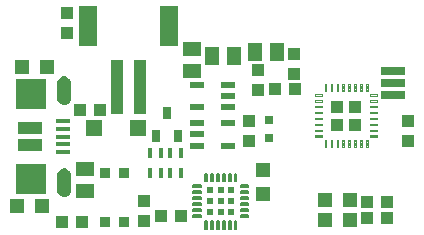
<source format=gbr>
G04 EAGLE Gerber RS-274X export*
G75*
%MOMM*%
%FSLAX34Y34*%
%LPD*%
%INSolderpaste Top*%
%IPPOS*%
%AMOC8*
5,1,8,0,0,1.08239X$1,22.5*%
G01*
%ADD10R,1.240000X1.500000*%
%ADD11R,1.200000X0.550000*%
%ADD12R,1.400000X1.400000*%
%ADD13R,1.000000X4.600000*%
%ADD14R,1.600000X3.400000*%
%ADD15R,1.200000X1.200000*%
%ADD16R,1.075000X1.000000*%
%ADD17R,1.500000X1.240000*%
%ADD18R,0.900000X0.900000*%
%ADD19R,1.000000X1.075000*%
%ADD20C,0.140000*%
%ADD21R,0.600000X0.600000*%
%ADD22R,2.000000X1.000000*%
%ADD23R,2.500000X2.500000*%
%ADD24R,1.250000X0.300000*%
%ADD25R,0.635000X1.016000*%
%ADD26R,2.000000X0.700000*%
%ADD27C,0.125000*%
%ADD28R,1.016000X1.016000*%
%ADD29R,1.300000X1.200000*%
%ADD30R,0.450000X0.900000*%
%ADD31R,0.800000X0.800000*%

G36*
X53548Y141173D02*
X53548Y141173D01*
X54822Y141373D01*
X54869Y141390D01*
X54959Y141411D01*
X56155Y141889D01*
X56198Y141916D01*
X56281Y141956D01*
X57341Y142688D01*
X57377Y142724D01*
X57448Y142782D01*
X58319Y143732D01*
X58346Y143774D01*
X58403Y143847D01*
X59040Y144967D01*
X59057Y145014D01*
X59096Y145097D01*
X59469Y146331D01*
X59474Y146381D01*
X59494Y146471D01*
X59583Y147756D01*
X59581Y147776D01*
X59584Y147800D01*
X59584Y158800D01*
X59582Y158815D01*
X59583Y158835D01*
X59522Y159961D01*
X59511Y160008D01*
X59503Y160084D01*
X59222Y161177D01*
X59202Y161221D01*
X59180Y161294D01*
X58692Y162311D01*
X58664Y162350D01*
X58627Y162417D01*
X57950Y163320D01*
X57915Y163353D01*
X57866Y163411D01*
X57026Y164164D01*
X56985Y164190D01*
X56925Y164238D01*
X55954Y164812D01*
X55909Y164829D01*
X55842Y164865D01*
X54777Y165239D01*
X54730Y165247D01*
X54657Y165269D01*
X53540Y165428D01*
X53512Y165427D01*
X53360Y165428D01*
X52244Y165269D01*
X52198Y165254D01*
X52123Y165239D01*
X51058Y164865D01*
X51016Y164841D01*
X50946Y164812D01*
X49975Y164238D01*
X49938Y164206D01*
X49874Y164164D01*
X49034Y163411D01*
X49005Y163374D01*
X48950Y163320D01*
X48273Y162417D01*
X48251Y162374D01*
X48208Y162311D01*
X47720Y161294D01*
X47707Y161247D01*
X47678Y161177D01*
X47397Y160084D01*
X47394Y160036D01*
X47378Y159961D01*
X47317Y158835D01*
X47319Y158819D01*
X47316Y158800D01*
X47316Y147800D01*
X47319Y147785D01*
X47317Y147765D01*
X47378Y146639D01*
X47390Y146592D01*
X47397Y146516D01*
X47678Y145423D01*
X47698Y145379D01*
X47720Y145306D01*
X48208Y144289D01*
X48237Y144250D01*
X48273Y144183D01*
X48950Y143280D01*
X48985Y143247D01*
X49034Y143189D01*
X49874Y142436D01*
X49915Y142410D01*
X49975Y142362D01*
X50946Y141788D01*
X50991Y141771D01*
X51058Y141735D01*
X52123Y141361D01*
X52170Y141353D01*
X52244Y141331D01*
X53360Y141172D01*
X53361Y141172D01*
X53548Y141173D01*
G37*
G36*
X53548Y63173D02*
X53548Y63173D01*
X54822Y63373D01*
X54869Y63390D01*
X54959Y63411D01*
X56155Y63889D01*
X56198Y63916D01*
X56281Y63956D01*
X57341Y64688D01*
X57377Y64724D01*
X57448Y64782D01*
X58319Y65732D01*
X58346Y65774D01*
X58403Y65847D01*
X59040Y66967D01*
X59057Y67014D01*
X59096Y67097D01*
X59469Y68331D01*
X59474Y68381D01*
X59494Y68471D01*
X59583Y69756D01*
X59581Y69776D01*
X59584Y69800D01*
X59584Y80800D01*
X59582Y80815D01*
X59583Y80835D01*
X59522Y81961D01*
X59511Y82008D01*
X59503Y82084D01*
X59222Y83177D01*
X59202Y83221D01*
X59180Y83294D01*
X58692Y84311D01*
X58664Y84350D01*
X58627Y84417D01*
X57950Y85320D01*
X57915Y85353D01*
X57866Y85411D01*
X57026Y86164D01*
X56985Y86190D01*
X56925Y86238D01*
X55954Y86812D01*
X55909Y86829D01*
X55842Y86865D01*
X54777Y87239D01*
X54730Y87247D01*
X54657Y87269D01*
X53540Y87428D01*
X53512Y87427D01*
X53360Y87428D01*
X52244Y87269D01*
X52198Y87254D01*
X52123Y87239D01*
X51058Y86865D01*
X51016Y86841D01*
X50946Y86812D01*
X49975Y86238D01*
X49938Y86206D01*
X49874Y86164D01*
X49034Y85411D01*
X49005Y85374D01*
X48950Y85320D01*
X48273Y84417D01*
X48251Y84374D01*
X48208Y84311D01*
X47720Y83294D01*
X47707Y83247D01*
X47678Y83177D01*
X47397Y82084D01*
X47394Y82036D01*
X47378Y81961D01*
X47317Y80835D01*
X47319Y80819D01*
X47316Y80800D01*
X47316Y69800D01*
X47319Y69785D01*
X47317Y69765D01*
X47378Y68639D01*
X47390Y68592D01*
X47397Y68516D01*
X47678Y67423D01*
X47698Y67379D01*
X47720Y67306D01*
X48208Y66289D01*
X48237Y66250D01*
X48273Y66183D01*
X48950Y65280D01*
X48985Y65247D01*
X49034Y65189D01*
X49874Y64436D01*
X49915Y64410D01*
X49975Y64362D01*
X50946Y63788D01*
X50991Y63771D01*
X51058Y63735D01*
X52123Y63361D01*
X52170Y63353D01*
X52244Y63331D01*
X53360Y63172D01*
X53361Y63172D01*
X53548Y63173D01*
G37*
D10*
X197410Y182480D03*
X178410Y182480D03*
D11*
X192071Y139090D03*
X192071Y148590D03*
X192071Y158090D03*
X166069Y158090D03*
X166069Y139090D03*
D12*
X115655Y121920D03*
X78655Y121920D03*
D13*
X97950Y156040D03*
X117950Y156040D03*
D14*
X73950Y208040D03*
X141950Y208040D03*
D11*
X166069Y125705D03*
X166069Y116205D03*
X166069Y106705D03*
X192071Y106705D03*
X192071Y125705D03*
D15*
X34630Y55880D03*
X13630Y55880D03*
D16*
X51190Y41910D03*
X68190Y41910D03*
D17*
X161290Y188570D03*
X161290Y169570D03*
D18*
X103885Y42365D03*
X87885Y42365D03*
X87885Y83365D03*
X103885Y83365D03*
D15*
X18075Y173355D03*
X39075Y173355D03*
D19*
X55880Y219320D03*
X55880Y202320D03*
D20*
X162755Y72890D02*
X169355Y72890D01*
X169355Y71490D01*
X162755Y71490D01*
X162755Y72890D01*
X162755Y72820D02*
X169355Y72820D01*
X169355Y67890D02*
X162755Y67890D01*
X169355Y67890D02*
X169355Y66490D01*
X162755Y66490D01*
X162755Y67890D01*
X162755Y67820D02*
X169355Y67820D01*
X169355Y62890D02*
X162755Y62890D01*
X169355Y62890D02*
X169355Y61490D01*
X162755Y61490D01*
X162755Y62890D01*
X162755Y62820D02*
X169355Y62820D01*
X169355Y57890D02*
X162755Y57890D01*
X169355Y57890D02*
X169355Y56490D01*
X162755Y56490D01*
X162755Y57890D01*
X162755Y57820D02*
X169355Y57820D01*
X169355Y52890D02*
X162755Y52890D01*
X169355Y52890D02*
X169355Y51490D01*
X162755Y51490D01*
X162755Y52890D01*
X162755Y52820D02*
X169355Y52820D01*
X169355Y47890D02*
X162755Y47890D01*
X169355Y47890D02*
X169355Y46490D01*
X162755Y46490D01*
X162755Y47890D01*
X162755Y47820D02*
X169355Y47820D01*
X174255Y42990D02*
X174255Y36390D01*
X172855Y36390D01*
X172855Y42990D01*
X174255Y42990D01*
X174255Y37720D02*
X172855Y37720D01*
X172855Y39050D02*
X174255Y39050D01*
X174255Y40380D02*
X172855Y40380D01*
X172855Y41710D02*
X174255Y41710D01*
X179255Y42990D02*
X179255Y36390D01*
X177855Y36390D01*
X177855Y42990D01*
X179255Y42990D01*
X179255Y37720D02*
X177855Y37720D01*
X177855Y39050D02*
X179255Y39050D01*
X179255Y40380D02*
X177855Y40380D01*
X177855Y41710D02*
X179255Y41710D01*
X184255Y42990D02*
X184255Y36390D01*
X182855Y36390D01*
X182855Y42990D01*
X184255Y42990D01*
X184255Y37720D02*
X182855Y37720D01*
X182855Y39050D02*
X184255Y39050D01*
X184255Y40380D02*
X182855Y40380D01*
X182855Y41710D02*
X184255Y41710D01*
X189255Y42990D02*
X189255Y36390D01*
X187855Y36390D01*
X187855Y42990D01*
X189255Y42990D01*
X189255Y37720D02*
X187855Y37720D01*
X187855Y39050D02*
X189255Y39050D01*
X189255Y40380D02*
X187855Y40380D01*
X187855Y41710D02*
X189255Y41710D01*
X194255Y42990D02*
X194255Y36390D01*
X192855Y36390D01*
X192855Y42990D01*
X194255Y42990D01*
X194255Y37720D02*
X192855Y37720D01*
X192855Y39050D02*
X194255Y39050D01*
X194255Y40380D02*
X192855Y40380D01*
X192855Y41710D02*
X194255Y41710D01*
X199255Y42990D02*
X199255Y36390D01*
X197855Y36390D01*
X197855Y42990D01*
X199255Y42990D01*
X199255Y37720D02*
X197855Y37720D01*
X197855Y39050D02*
X199255Y39050D01*
X199255Y40380D02*
X197855Y40380D01*
X197855Y41710D02*
X199255Y41710D01*
X202755Y46490D02*
X209355Y46490D01*
X202755Y46490D02*
X202755Y47890D01*
X209355Y47890D01*
X209355Y46490D01*
X209355Y47820D02*
X202755Y47820D01*
X202755Y51490D02*
X209355Y51490D01*
X202755Y51490D02*
X202755Y52890D01*
X209355Y52890D01*
X209355Y51490D01*
X209355Y52820D02*
X202755Y52820D01*
X202755Y56490D02*
X209355Y56490D01*
X202755Y56490D02*
X202755Y57890D01*
X209355Y57890D01*
X209355Y56490D01*
X209355Y57820D02*
X202755Y57820D01*
X202755Y61490D02*
X209355Y61490D01*
X202755Y61490D02*
X202755Y62890D01*
X209355Y62890D01*
X209355Y61490D01*
X209355Y62820D02*
X202755Y62820D01*
X202755Y66490D02*
X209355Y66490D01*
X202755Y66490D02*
X202755Y67890D01*
X209355Y67890D01*
X209355Y66490D01*
X209355Y67820D02*
X202755Y67820D01*
X202755Y71490D02*
X209355Y71490D01*
X202755Y71490D02*
X202755Y72890D01*
X209355Y72890D01*
X209355Y71490D01*
X209355Y72820D02*
X202755Y72820D01*
X197855Y76390D02*
X197855Y82990D01*
X199255Y82990D01*
X199255Y76390D01*
X197855Y76390D01*
X197855Y77720D02*
X199255Y77720D01*
X199255Y79050D02*
X197855Y79050D01*
X197855Y80380D02*
X199255Y80380D01*
X199255Y81710D02*
X197855Y81710D01*
X192855Y82990D02*
X192855Y76390D01*
X192855Y82990D02*
X194255Y82990D01*
X194255Y76390D01*
X192855Y76390D01*
X192855Y77720D02*
X194255Y77720D01*
X194255Y79050D02*
X192855Y79050D01*
X192855Y80380D02*
X194255Y80380D01*
X194255Y81710D02*
X192855Y81710D01*
X187855Y82990D02*
X187855Y76390D01*
X187855Y82990D02*
X189255Y82990D01*
X189255Y76390D01*
X187855Y76390D01*
X187855Y77720D02*
X189255Y77720D01*
X189255Y79050D02*
X187855Y79050D01*
X187855Y80380D02*
X189255Y80380D01*
X189255Y81710D02*
X187855Y81710D01*
X182855Y82990D02*
X182855Y76390D01*
X182855Y82990D02*
X184255Y82990D01*
X184255Y76390D01*
X182855Y76390D01*
X182855Y77720D02*
X184255Y77720D01*
X184255Y79050D02*
X182855Y79050D01*
X182855Y80380D02*
X184255Y80380D01*
X184255Y81710D02*
X182855Y81710D01*
X177855Y82990D02*
X177855Y76390D01*
X177855Y82990D02*
X179255Y82990D01*
X179255Y76390D01*
X177855Y76390D01*
X177855Y77720D02*
X179255Y77720D01*
X179255Y79050D02*
X177855Y79050D01*
X177855Y80380D02*
X179255Y80380D01*
X179255Y81710D02*
X177855Y81710D01*
X172855Y82990D02*
X172855Y76390D01*
X172855Y82990D02*
X174255Y82990D01*
X174255Y76390D01*
X172855Y76390D01*
X172855Y77720D02*
X174255Y77720D01*
X174255Y79050D02*
X172855Y79050D01*
X172855Y80380D02*
X174255Y80380D01*
X174255Y81710D02*
X172855Y81710D01*
D21*
X177055Y50690D03*
X186055Y59690D03*
X177055Y59690D03*
X177055Y68690D03*
X195055Y68690D03*
X195055Y50690D03*
X195055Y59690D03*
X186055Y68690D03*
X186055Y50690D03*
D22*
X24450Y121800D03*
X24450Y106800D03*
D23*
X25450Y150300D03*
X25450Y78300D03*
D24*
X52200Y127300D03*
X52200Y120800D03*
X52200Y114300D03*
X52200Y107800D03*
X52200Y101300D03*
D10*
X233655Y186055D03*
X214655Y186055D03*
D17*
X71120Y67843D03*
X71120Y86843D03*
D25*
X140335Y134460D03*
X149835Y114460D03*
X130835Y114460D03*
D19*
X217805Y171060D03*
X217805Y154060D03*
D15*
X273980Y43815D03*
X294980Y43815D03*
X273980Y60325D03*
X294980Y60325D03*
D19*
X120650Y59935D03*
X120650Y42935D03*
X209550Y110880D03*
X209550Y127880D03*
X344805Y110880D03*
X344805Y127880D03*
D26*
X332105Y149766D03*
X332105Y159766D03*
X332105Y169766D03*
D16*
X231530Y154305D03*
X248530Y154305D03*
D19*
X248285Y184395D03*
X248285Y167395D03*
D27*
X312725Y115205D02*
X318475Y115205D01*
X318475Y113955D01*
X312725Y113955D01*
X312725Y115205D01*
X312725Y115142D02*
X318475Y115142D01*
X318475Y120205D02*
X312725Y120205D01*
X318475Y120205D02*
X318475Y118955D01*
X312725Y118955D01*
X312725Y120205D01*
X312725Y120142D02*
X318475Y120142D01*
X318475Y125205D02*
X312725Y125205D01*
X318475Y125205D02*
X318475Y123955D01*
X312725Y123955D01*
X312725Y125205D01*
X312725Y125142D02*
X318475Y125142D01*
X318475Y130205D02*
X312725Y130205D01*
X318475Y130205D02*
X318475Y128955D01*
X312725Y128955D01*
X312725Y130205D01*
X312725Y130142D02*
X318475Y130142D01*
X318475Y135205D02*
X312725Y135205D01*
X318475Y135205D02*
X318475Y133955D01*
X312725Y133955D01*
X312725Y135205D01*
X312725Y135142D02*
X318475Y135142D01*
X318475Y140205D02*
X312725Y140205D01*
X318475Y140205D02*
X318475Y138955D01*
X312725Y138955D01*
X312725Y140205D01*
X312725Y140142D02*
X318475Y140142D01*
X318475Y145205D02*
X312725Y145205D01*
X318475Y145205D02*
X318475Y143955D01*
X312725Y143955D01*
X312725Y145205D01*
X312725Y145142D02*
X318475Y145142D01*
X318475Y150205D02*
X312725Y150205D01*
X318475Y150205D02*
X318475Y148955D01*
X312725Y148955D01*
X312725Y150205D01*
X312725Y150142D02*
X318475Y150142D01*
X310225Y158455D02*
X308975Y158455D01*
X310225Y158455D02*
X310225Y152705D01*
X308975Y152705D01*
X308975Y158455D01*
X308975Y153892D02*
X310225Y153892D01*
X310225Y155079D02*
X308975Y155079D01*
X308975Y156266D02*
X310225Y156266D01*
X310225Y157453D02*
X308975Y157453D01*
X305225Y158455D02*
X303975Y158455D01*
X305225Y158455D02*
X305225Y152705D01*
X303975Y152705D01*
X303975Y158455D01*
X303975Y153892D02*
X305225Y153892D01*
X305225Y155079D02*
X303975Y155079D01*
X303975Y156266D02*
X305225Y156266D01*
X305225Y157453D02*
X303975Y157453D01*
X300225Y158455D02*
X298975Y158455D01*
X300225Y158455D02*
X300225Y152705D01*
X298975Y152705D01*
X298975Y158455D01*
X298975Y153892D02*
X300225Y153892D01*
X300225Y155079D02*
X298975Y155079D01*
X298975Y156266D02*
X300225Y156266D01*
X300225Y157453D02*
X298975Y157453D01*
X295225Y158455D02*
X293975Y158455D01*
X295225Y158455D02*
X295225Y152705D01*
X293975Y152705D01*
X293975Y158455D01*
X293975Y153892D02*
X295225Y153892D01*
X295225Y155079D02*
X293975Y155079D01*
X293975Y156266D02*
X295225Y156266D01*
X295225Y157453D02*
X293975Y157453D01*
X290225Y158455D02*
X288975Y158455D01*
X290225Y158455D02*
X290225Y152705D01*
X288975Y152705D01*
X288975Y158455D01*
X288975Y153892D02*
X290225Y153892D01*
X290225Y155079D02*
X288975Y155079D01*
X288975Y156266D02*
X290225Y156266D01*
X290225Y157453D02*
X288975Y157453D01*
X285225Y158455D02*
X283975Y158455D01*
X285225Y158455D02*
X285225Y152705D01*
X283975Y152705D01*
X283975Y158455D01*
X283975Y153892D02*
X285225Y153892D01*
X285225Y155079D02*
X283975Y155079D01*
X283975Y156266D02*
X285225Y156266D01*
X285225Y157453D02*
X283975Y157453D01*
X280225Y158455D02*
X278975Y158455D01*
X280225Y158455D02*
X280225Y152705D01*
X278975Y152705D01*
X278975Y158455D01*
X278975Y153892D02*
X280225Y153892D01*
X280225Y155079D02*
X278975Y155079D01*
X278975Y156266D02*
X280225Y156266D01*
X280225Y157453D02*
X278975Y157453D01*
X275225Y158455D02*
X273975Y158455D01*
X275225Y158455D02*
X275225Y152705D01*
X273975Y152705D01*
X273975Y158455D01*
X273975Y153892D02*
X275225Y153892D01*
X275225Y155079D02*
X273975Y155079D01*
X273975Y156266D02*
X275225Y156266D01*
X275225Y157453D02*
X273975Y157453D01*
X271475Y150205D02*
X265725Y150205D01*
X271475Y150205D02*
X271475Y148955D01*
X265725Y148955D01*
X265725Y150205D01*
X265725Y150142D02*
X271475Y150142D01*
X271475Y145205D02*
X265725Y145205D01*
X271475Y145205D02*
X271475Y143955D01*
X265725Y143955D01*
X265725Y145205D01*
X265725Y145142D02*
X271475Y145142D01*
X271475Y140205D02*
X265725Y140205D01*
X271475Y140205D02*
X271475Y138955D01*
X265725Y138955D01*
X265725Y140205D01*
X265725Y140142D02*
X271475Y140142D01*
X271475Y135205D02*
X265725Y135205D01*
X271475Y135205D02*
X271475Y133955D01*
X265725Y133955D01*
X265725Y135205D01*
X265725Y135142D02*
X271475Y135142D01*
X271475Y130205D02*
X265725Y130205D01*
X271475Y130205D02*
X271475Y128955D01*
X265725Y128955D01*
X265725Y130205D01*
X265725Y130142D02*
X271475Y130142D01*
X271475Y125205D02*
X265725Y125205D01*
X271475Y125205D02*
X271475Y123955D01*
X265725Y123955D01*
X265725Y125205D01*
X265725Y125142D02*
X271475Y125142D01*
X271475Y120205D02*
X265725Y120205D01*
X271475Y120205D02*
X271475Y118955D01*
X265725Y118955D01*
X265725Y120205D01*
X265725Y120142D02*
X271475Y120142D01*
X271475Y115205D02*
X265725Y115205D01*
X271475Y115205D02*
X271475Y113955D01*
X265725Y113955D01*
X265725Y115205D01*
X265725Y115142D02*
X271475Y115142D01*
X273975Y111455D02*
X275225Y111455D01*
X275225Y105705D01*
X273975Y105705D01*
X273975Y111455D01*
X273975Y106892D02*
X275225Y106892D01*
X275225Y108079D02*
X273975Y108079D01*
X273975Y109266D02*
X275225Y109266D01*
X275225Y110453D02*
X273975Y110453D01*
X278975Y111455D02*
X280225Y111455D01*
X280225Y105705D01*
X278975Y105705D01*
X278975Y111455D01*
X278975Y106892D02*
X280225Y106892D01*
X280225Y108079D02*
X278975Y108079D01*
X278975Y109266D02*
X280225Y109266D01*
X280225Y110453D02*
X278975Y110453D01*
X283975Y111455D02*
X285225Y111455D01*
X285225Y105705D01*
X283975Y105705D01*
X283975Y111455D01*
X283975Y106892D02*
X285225Y106892D01*
X285225Y108079D02*
X283975Y108079D01*
X283975Y109266D02*
X285225Y109266D01*
X285225Y110453D02*
X283975Y110453D01*
X288975Y111455D02*
X290225Y111455D01*
X290225Y105705D01*
X288975Y105705D01*
X288975Y111455D01*
X288975Y106892D02*
X290225Y106892D01*
X290225Y108079D02*
X288975Y108079D01*
X288975Y109266D02*
X290225Y109266D01*
X290225Y110453D02*
X288975Y110453D01*
X293975Y111455D02*
X295225Y111455D01*
X295225Y105705D01*
X293975Y105705D01*
X293975Y111455D01*
X293975Y106892D02*
X295225Y106892D01*
X295225Y108079D02*
X293975Y108079D01*
X293975Y109266D02*
X295225Y109266D01*
X295225Y110453D02*
X293975Y110453D01*
X298975Y111455D02*
X300225Y111455D01*
X300225Y105705D01*
X298975Y105705D01*
X298975Y111455D01*
X298975Y106892D02*
X300225Y106892D01*
X300225Y108079D02*
X298975Y108079D01*
X298975Y109266D02*
X300225Y109266D01*
X300225Y110453D02*
X298975Y110453D01*
X303975Y111455D02*
X305225Y111455D01*
X305225Y105705D01*
X303975Y105705D01*
X303975Y111455D01*
X303975Y106892D02*
X305225Y106892D01*
X305225Y108079D02*
X303975Y108079D01*
X303975Y109266D02*
X305225Y109266D01*
X305225Y110453D02*
X303975Y110453D01*
X308975Y111455D02*
X310225Y111455D01*
X310225Y105705D01*
X308975Y105705D01*
X308975Y111455D01*
X308975Y106892D02*
X310225Y106892D01*
X310225Y108079D02*
X308975Y108079D01*
X308975Y109266D02*
X310225Y109266D01*
X310225Y110453D02*
X308975Y110453D01*
D28*
X299720Y124460D03*
X284480Y124460D03*
X299720Y139700D03*
X284480Y139700D03*
D29*
X221615Y66040D03*
X221615Y86360D03*
D30*
X152065Y83575D03*
X152065Y100575D03*
X143065Y83575D03*
X135065Y83575D03*
X126065Y83575D03*
X126065Y100575D03*
X143065Y100575D03*
X135065Y100575D03*
D16*
X67065Y137160D03*
X84065Y137160D03*
D31*
X227127Y128381D03*
X227127Y113141D03*
D16*
X309635Y59055D03*
X326635Y59055D03*
X309635Y45720D03*
X326635Y45720D03*
X152645Y46990D03*
X135645Y46990D03*
M02*

</source>
